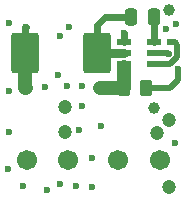
<source format=gtl>
G04 #@! TF.GenerationSoftware,KiCad,Pcbnew,7.0.5-0*
G04 #@! TF.CreationDate,2023-12-12T07:42:38-05:00*
G04 #@! TF.ProjectId,12v5VBuck,31327635-5642-4756-936b-2e6b69636164,rev?*
G04 #@! TF.SameCoordinates,Original*
G04 #@! TF.FileFunction,Copper,L1,Top*
G04 #@! TF.FilePolarity,Positive*
%FSLAX46Y46*%
G04 Gerber Fmt 4.6, Leading zero omitted, Abs format (unit mm)*
G04 Created by KiCad (PCBNEW 7.0.5-0) date 2023-12-12 07:42:38*
%MOMM*%
%LPD*%
G01*
G04 APERTURE LIST*
G04 Aperture macros list*
%AMRoundRect*
0 Rectangle with rounded corners*
0 $1 Rounding radius*
0 $2 $3 $4 $5 $6 $7 $8 $9 X,Y pos of 4 corners*
0 Add a 4 corners polygon primitive as box body*
4,1,4,$2,$3,$4,$5,$6,$7,$8,$9,$2,$3,0*
0 Add four circle primitives for the rounded corners*
1,1,$1+$1,$2,$3*
1,1,$1+$1,$4,$5*
1,1,$1+$1,$6,$7*
1,1,$1+$1,$8,$9*
0 Add four rect primitives between the rounded corners*
20,1,$1+$1,$2,$3,$4,$5,0*
20,1,$1+$1,$4,$5,$6,$7,0*
20,1,$1+$1,$6,$7,$8,$9,0*
20,1,$1+$1,$8,$9,$2,$3,0*%
G04 Aperture macros list end*
G04 #@! TA.AperFunction,SMDPad,CuDef*
%ADD10R,1.250000X0.600000*%
G04 #@! TD*
G04 #@! TA.AperFunction,ComponentPad*
%ADD11C,1.701800*%
G04 #@! TD*
G04 #@! TA.AperFunction,SMDPad,CuDef*
%ADD12RoundRect,0.250000X-0.262500X-0.450000X0.262500X-0.450000X0.262500X0.450000X-0.262500X0.450000X0*%
G04 #@! TD*
G04 #@! TA.AperFunction,SMDPad,CuDef*
%ADD13RoundRect,0.235000X0.940000X1.465000X-0.940000X1.465000X-0.940000X-1.465000X0.940000X-1.465000X0*%
G04 #@! TD*
G04 #@! TA.AperFunction,SMDPad,CuDef*
%ADD14RoundRect,0.250000X0.250000X0.475000X-0.250000X0.475000X-0.250000X-0.475000X0.250000X-0.475000X0*%
G04 #@! TD*
G04 #@! TA.AperFunction,ViaPad*
%ADD15C,1.200000*%
G04 #@! TD*
G04 #@! TA.AperFunction,ViaPad*
%ADD16C,0.600000*%
G04 #@! TD*
G04 #@! TA.AperFunction,ViaPad*
%ADD17C,1.000000*%
G04 #@! TD*
G04 #@! TA.AperFunction,Conductor*
%ADD18C,0.600000*%
G04 #@! TD*
G04 #@! TA.AperFunction,Conductor*
%ADD19C,0.500000*%
G04 #@! TD*
G04 #@! TA.AperFunction,Conductor*
%ADD20C,1.200000*%
G04 #@! TD*
G04 #@! TA.AperFunction,Conductor*
%ADD21C,0.800000*%
G04 #@! TD*
G04 APERTURE END LIST*
D10*
X65240000Y-20810000D03*
X65240000Y-21760000D03*
X65240000Y-22710000D03*
X67740000Y-22710000D03*
X67740000Y-21760000D03*
X67740000Y-20810000D03*
D11*
X60475001Y-30775000D03*
X56974998Y-30775000D03*
D12*
X65248774Y-24675000D03*
X67073774Y-24675000D03*
D13*
X62930000Y-21765000D03*
X56880000Y-21765000D03*
D14*
X65825000Y-18675000D03*
X67725000Y-18675000D03*
D11*
X68235001Y-30765000D03*
X64734998Y-30765000D03*
D15*
X69000000Y-33100000D03*
X63200000Y-24700000D03*
D16*
X59600000Y-23600000D03*
D17*
X67800000Y-26400000D03*
D16*
X62500000Y-33100000D03*
X61700000Y-24500000D03*
X63300000Y-27900000D03*
X61165000Y-33035000D03*
X69500000Y-29400000D03*
X55500000Y-19200000D03*
D17*
X69000000Y-18100000D03*
D16*
X59800000Y-20300000D03*
X55500000Y-25000000D03*
X61400000Y-28300000D03*
X68800000Y-19700000D03*
X59800000Y-32800000D03*
X56700000Y-33000000D03*
X60400000Y-24500000D03*
X60600000Y-19500000D03*
X62500000Y-30600000D03*
D15*
X60200000Y-26300000D03*
D16*
X65240000Y-20040000D03*
D15*
X60200000Y-28400000D03*
D16*
X55462846Y-28397817D03*
X58500000Y-24600000D03*
X61700000Y-26200000D03*
D15*
X68000000Y-28500000D03*
D16*
X69600000Y-19300000D03*
X55400000Y-31600000D03*
X58700000Y-33300000D03*
D15*
X69000000Y-27400000D03*
D16*
X69100000Y-20800000D03*
X69810307Y-23110308D03*
X69000000Y-21800000D03*
D15*
X56900000Y-24700000D03*
D16*
X56900000Y-19500000D03*
D18*
X65240000Y-20040000D02*
X65240000Y-20810000D01*
D19*
X69100000Y-20800000D02*
X69500000Y-20800000D01*
X69150661Y-22710000D02*
X67740000Y-22710000D01*
X69500000Y-20800000D02*
X69750000Y-21050000D01*
X69750000Y-21050000D02*
X69750000Y-22110661D01*
X69750000Y-22110661D02*
X69150661Y-22710000D01*
D20*
X65248774Y-24675000D02*
X65248774Y-22960000D01*
X65248774Y-22960000D02*
X65240000Y-22960000D01*
X63225000Y-24675000D02*
X63200000Y-24700000D01*
X65248774Y-24675000D02*
X63225000Y-24675000D01*
D18*
X67740000Y-20810000D02*
X67740000Y-18690000D01*
X67740000Y-18690000D02*
X67725000Y-18675000D01*
X62930000Y-19370000D02*
X62930000Y-21765000D01*
D21*
X62935000Y-21760000D02*
X62930000Y-21765000D01*
D18*
X63625000Y-18675000D02*
X62930000Y-19370000D01*
D21*
X65240000Y-21760000D02*
X62935000Y-21760000D01*
D18*
X63625000Y-18675000D02*
X65825000Y-18675000D01*
D19*
X69125000Y-24675000D02*
X69810307Y-23989693D01*
X67073774Y-24675000D02*
X69125000Y-24675000D01*
X67740000Y-21760000D02*
X68960000Y-21760000D01*
X69810307Y-23989693D02*
X69810307Y-23110308D01*
D18*
X56880000Y-19520000D02*
X56900000Y-19500000D01*
D20*
X56880000Y-24680000D02*
X56900000Y-24700000D01*
X56880000Y-21765000D02*
X56880000Y-24680000D01*
D18*
X56880000Y-21765000D02*
X56880000Y-19520000D01*
M02*

</source>
